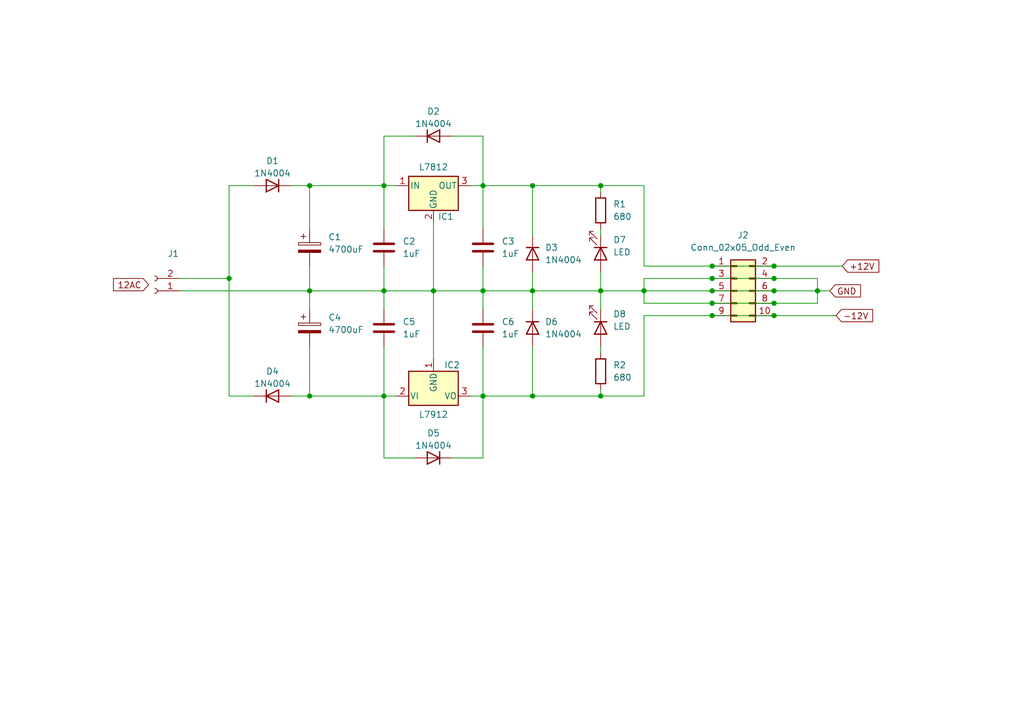
<source format=kicad_sch>
(kicad_sch (version 20211123) (generator eeschema)
  (paper "A5")
  (title_block (title "PSU") (rev "A") (company "OPENSOUNDMODULES"))
  (lib_symbols
    (symbol "Connector:Conn_01x02_Female" (pin_names (offset 1.016) hide)
      (property "Reference" "J" (at 0 2.54 0))
      (property "Value" "Conn_01x02_Female" (at 0 -5.08 0))
      (symbol "Conn_01x02_Female_1_1"
        (arc (start 0 -2.032) (mid -0.508 -2.54) (end 0 -3.048) (stroke (width 0.1524)))
        (polyline (pts (xy -1.27 -2.54) (xy -0.508 -2.54)) (stroke (width 0.1524)))
        (polyline (pts (xy -1.27 0) (xy -0.508 0)) (stroke (width 0.1524)))
        (arc (start 0 0.508) (mid -0.508 0) (end 0 -0.508) (stroke (width 0.1524)))
        (pin passive line (at -5.08 0 0) (length 3.81) (name "Pin_1") (number "1"))
        (pin passive line (at -5.08 -2.54 0) (length 3.81) (name "Pin_2") (number "2"))
      )
    )
    (symbol "Connector_Generic:Conn_02x05_Odd_Even" (pin_names (offset 1.016) hide)
      (property "Reference" "J" (at 1.27 7.62 0))
      (property "Value" "Conn_02x05_Odd_Even" (at 1.27 -7.62 0))
      (symbol "Conn_02x05_Odd_Even_1_1"
        (rectangle (start -1.27 -4.953) (end 0 -5.207) (stroke (width 0.1524)))
        (rectangle (start -1.27 -2.413) (end 0 -2.667) (stroke (width 0.1524)))
        (rectangle (start -1.27 0.127) (end 0 -0.127) (stroke (width 0.1524)))
        (rectangle (start -1.27 2.667) (end 0 2.413) (stroke (width 0.1524)))
        (rectangle (start -1.27 5.207) (end 0 4.953) (stroke (width 0.1524)))
        (rectangle (start -1.27 6.35) (end 3.81 -6.35) (stroke (width 0.254)) (fill (type background)))
        (rectangle (start 3.81 -4.953) (end 2.54 -5.207) (stroke (width 0.1524)))
        (rectangle (start 3.81 -2.413) (end 2.54 -2.667) (stroke (width 0.1524)))
        (rectangle (start 3.81 0.127) (end 2.54 -0.127) (stroke (width 0.1524)))
        (rectangle (start 3.81 2.667) (end 2.54 2.413) (stroke (width 0.1524)))
        (rectangle (start 3.81 5.207) (end 2.54 4.953) (stroke (width 0.1524)))
        (pin passive line (at -5.08 5.08 0) (length 3.81) (name "Pin_1") (number "1"))
        (pin passive line (at 7.62 -5.08 180) (length 3.81) (name "Pin_10") (number "10"))
        (pin passive line (at 7.62 5.08 180) (length 3.81) (name "Pin_2") (number "2"))
        (pin passive line (at -5.08 2.54 0) (length 3.81) (name "Pin_3") (number "3"))
        (pin passive line (at 7.62 2.54 180) (length 3.81) (name "Pin_4") (number "4"))
        (pin passive line (at -5.08 0 0) (length 3.81) (name "Pin_5") (number "5"))
        (pin passive line (at 7.62 0 180) (length 3.81) (name "Pin_6") (number "6"))
        (pin passive line (at -5.08 -2.54 0) (length 3.81) (name "Pin_7") (number "7"))
        (pin passive line (at 7.62 -2.54 180) (length 3.81) (name "Pin_8") (number "8"))
        (pin passive line (at -5.08 -5.08 0) (length 3.81) (name "Pin_9") (number "9"))
      )
    )
    (symbol "Device:C" (pin_numbers hide) (pin_names (offset 0.254))
      (property "Reference" "C" (at 0.635 2.54 0))
      (property "Value" "C" (at 0.635 -2.54 0))
      (symbol "C_0_1"
        (polyline (pts (xy -2.032 -0.762) (xy 2.032 -0.762)) (stroke (width 0.508)))
        (polyline (pts (xy -2.032 0.762) (xy 2.032 0.762)) (stroke (width 0.508)))
      )
      (symbol "C_1_1"
        (pin passive line (at 0 3.81 270) (length 2.794) (name "~") (number "1"))
        (pin passive line (at 0 -3.81 90) (length 2.794) (name "~") (number "2"))
      )
    )
    (symbol "Device:C_Polarized" (pin_numbers hide) (pin_names (offset 0.254))
      (property "Reference" "C" (at 0.635 2.54 0))
      (property "Value" "C_Polarized" (at 0.635 -2.54 0))
      (symbol "C_Polarized_0_1"
        (rectangle (start -2.286 0.508) (end 2.286 1.016))
        (polyline (pts (xy -1.778 2.286) (xy -0.762 2.286)))
        (polyline (pts (xy -1.27 2.794) (xy -1.27 1.778)))
        (rectangle (start 2.286 -0.508) (end -2.286 -1.016) (fill (type outline)))
      )
      (symbol "C_Polarized_1_1"
        (pin passive line (at 0 3.81 270) (length 2.794) (name "~") (number "1"))
        (pin passive line (at 0 -3.81 90) (length 2.794) (name "~") (number "2"))
      )
    )
    (symbol "Device:LED" (pin_numbers hide) (pin_names (offset 1.016) hide)
      (property "Reference" "D" (at 0 2.54 0))
      (property "Value" "LED" (at 0 -2.54 0))
      (symbol "LED_0_1"
        (polyline (pts (xy -1.27 -1.27) (xy -1.27 1.27)) (stroke (width 0.254)))
        (polyline (pts (xy -1.27 0) (xy 1.27 0)))
        (polyline (pts (xy 1.27 -1.27) (xy 1.27 1.27) (xy -1.27 0) (xy 1.27 -1.27)) (stroke (width 0.254)))
        (polyline (pts (xy -3.048 -0.762) (xy -4.572 -2.286) (xy -3.81 -2.286) (xy -4.572 -2.286) (xy -4.572 -1.524)))
        (polyline (pts (xy -1.778 -0.762) (xy -3.302 -2.286) (xy -2.54 -2.286) (xy -3.302 -2.286) (xy -3.302 -1.524)))
      )
      (symbol "LED_1_1"
        (pin passive line (at -3.81 0 0) (length 2.54) (name "K") (number "1"))
        (pin passive line (at 3.81 0 180) (length 2.54) (name "A") (number "2"))
      )
    )
    (symbol "Device:R" (pin_numbers hide) (pin_names (offset 0))
      (property "Reference" "R" (at 2.032 0 90))
      (property "Value" "R" (at 0 0 90))
      (symbol "R_0_1"
        (rectangle (start -1.016 -2.54) (end 1.016 2.54) (stroke (width 0.254)))
      )
      (symbol "R_1_1"
        (pin passive line (at 0 3.81 270) (length 1.27) (name "~") (number "1"))
        (pin passive line (at 0 -3.81 90) (length 1.27) (name "~") (number "2"))
      )
    )
    (symbol "Diode:1N4004" (pin_numbers hide) (pin_names (offset 1.016) hide)
      (property "Reference" "D" (at 0 2.54 0))
      (property "Value" "1N4004" (at 0 -2.54 0))
      (symbol "1N4004_0_1"
        (polyline (pts (xy -1.27 1.27) (xy -1.27 -1.27)) (stroke (width 0.254)))
        (polyline (pts (xy 1.27 0) (xy -1.27 0)))
        (polyline (pts (xy 1.27 1.27) (xy 1.27 -1.27) (xy -1.27 0) (xy 1.27 1.27)) (stroke (width 0.254)))
      )
      (symbol "1N4004_1_1"
        (pin passive line (at -3.81 0 0) (length 2.54) (name "K") (number "1"))
        (pin passive line (at 3.81 0 180) (length 2.54) (name "A") (number "2"))
      )
    )
    (symbol "Regulator_Linear:L7812" (pin_names (offset 0.254))
      (property "Reference" "U" (at -3.81 3.175 0))
      (property "Value" "L7812" (at 0 3.175 0))
      (symbol "L7812_0_1"
        (rectangle (start -5.08 1.905) (end 5.08 -5.08) (stroke (width 0.254)) (fill (type background)))
      )
      (symbol "L7812_1_1"
        (pin power_in line (at -7.62 0 0) (length 2.54) (name "IN") (number "1"))
        (pin power_in line (at 0 -7.62 90) (length 2.54) (name "GND") (number "2"))
        (pin power_out line (at 7.62 0 180) (length 2.54) (name "OUT") (number "3"))
      )
    )
    (symbol "Regulator_Linear:L7912" (pin_names (offset 0.254))
      (property "Reference" "U" (at -3.81 -3.175 0))
      (property "Value" "L7912" (at 0 -3.175 0))
      (symbol "L7912_0_1"
        (rectangle (start -5.08 5.08) (end 5.08 -1.905) (stroke (width 0.254)) (fill (type background)))
      )
      (symbol "L7912_1_1"
        (pin power_in line (at 0 7.62 270) (length 2.54) (name "GND") (number "1"))
        (pin power_in line (at -7.62 0 0) (length 2.54) (name "VI") (number "2"))
        (pin power_out line (at 7.62 0 180) (length 2.54) (name "VO") (number "3"))
      )
    )
  )
  (junction (at 99.06 38.1))
  (junction (at 146.05 54.61))
  (junction (at 132.08 59.69))
  (junction (at 146.05 59.69))
  (junction (at 63.5 38.1))
  (junction (at 146.05 62.23))
  (junction (at 109.22 81.28))
  (junction (at 158.75 57.15))
  (junction (at 158.75 54.61))
  (junction (at 123.19 38.1))
  (junction (at 146.05 64.77))
  (junction (at 88.9 59.69))
  (junction (at 158.75 64.77))
  (junction (at 78.74 38.1))
  (junction (at 158.75 59.69))
  (junction (at 99.06 81.28))
  (junction (at 109.22 59.69))
  (junction (at 99.06 59.69))
  (junction (at 78.74 59.69))
  (junction (at 63.5 59.69))
  (junction (at 123.19 59.69))
  (junction (at 167.64 59.69))
  (junction (at 46.99 57.15))
  (junction (at 158.75 62.23))
  (junction (at 146.05 57.15))
  (junction (at 109.22 38.1))
  (junction (at 63.5 81.28))
  (junction (at 78.74 81.28))
  (junction (at 123.19 81.28))
  (wire (pts (xy 109.22 59.69) (xy 123.19 59.69)))
  (wire (pts (xy 78.74 54.61) (xy 78.74 59.69)))
  (wire (pts (xy 109.22 59.69) (xy 109.22 63.5)))
  (wire (pts (xy 132.08 57.15) (xy 132.08 59.69)))
  (wire (pts (xy 78.74 59.69) (xy 88.9 59.69)))
  (wire (pts (xy 52.07 38.1) (xy 46.99 38.1)))
  (wire (pts (xy 88.9 59.69) (xy 88.9 73.66)))
  (wire (pts (xy 36.83 59.69) (xy 63.5 59.69)))
  (wire (pts (xy 167.64 59.69) (xy 170.18 59.69)))
  (wire (pts (xy 109.22 55.88) (xy 109.22 59.69)))
  (wire (pts (xy 99.06 59.69) (xy 109.22 59.69)))
  (wire (pts (xy 123.19 39.37) (xy 123.19 38.1)))
  (wire (pts (xy 78.74 81.28) (xy 81.28 81.28)))
  (wire (pts (xy 78.74 81.28) (xy 63.5 81.28)))
  (wire (pts (xy 167.64 62.23) (xy 167.64 59.69)))
  (wire (pts (xy 46.99 38.1) (xy 46.99 57.15)))
  (wire (pts (xy 78.74 93.98) (xy 85.09 93.98)))
  (wire (pts (xy 158.75 62.23) (xy 167.64 62.23)))
  (wire (pts (xy 63.5 59.69) (xy 63.5 63.5)))
  (wire (pts (xy 158.75 59.69) (xy 167.64 59.69)))
  (wire (pts (xy 99.06 81.28) (xy 109.22 81.28)))
  (wire (pts (xy 146.05 57.15) (xy 158.75 57.15)))
  (wire (pts (xy 81.28 38.1) (xy 78.74 38.1)))
  (wire (pts (xy 99.06 71.12) (xy 99.06 81.28)))
  (wire (pts (xy 132.08 81.28) (xy 132.08 64.77)))
  (wire (pts (xy 63.5 38.1) (xy 63.5 46.99)))
  (wire (pts (xy 78.74 71.12) (xy 78.74 81.28)))
  (wire (pts (xy 78.74 81.28) (xy 78.74 93.98)))
  (wire (pts (xy 36.83 57.15) (xy 46.99 57.15)))
  (wire (pts (xy 85.09 27.94) (xy 78.74 27.94)))
  (wire (pts (xy 88.9 59.69) (xy 99.06 59.69)))
  (wire (pts (xy 132.08 62.23) (xy 132.08 59.69)))
  (wire (pts (xy 132.08 54.61) (xy 146.05 54.61)))
  (wire (pts (xy 92.71 93.98) (xy 99.06 93.98)))
  (wire (pts (xy 146.05 62.23) (xy 158.75 62.23)))
  (wire (pts (xy 146.05 64.77) (xy 158.75 64.77)))
  (wire (pts (xy 63.5 81.28) (xy 59.69 81.28)))
  (wire (pts (xy 132.08 38.1) (xy 132.08 54.61)))
  (wire (pts (xy 99.06 38.1) (xy 109.22 38.1)))
  (wire (pts (xy 167.64 57.15) (xy 167.64 59.69)))
  (wire (pts (xy 99.06 38.1) (xy 99.06 46.99)))
  (wire (pts (xy 99.06 27.94) (xy 99.06 38.1)))
  (wire (pts (xy 123.19 46.99) (xy 123.19 48.26)))
  (wire (pts (xy 123.19 38.1) (xy 132.08 38.1)))
  (wire (pts (xy 92.71 27.94) (xy 99.06 27.94)))
  (wire (pts (xy 59.69 38.1) (xy 63.5 38.1)))
  (wire (pts (xy 109.22 38.1) (xy 109.22 48.26)))
  (wire (pts (xy 132.08 59.69) (xy 146.05 59.69)))
  (wire (pts (xy 99.06 59.69) (xy 99.06 63.5)))
  (wire (pts (xy 78.74 59.69) (xy 78.74 63.5)))
  (wire (pts (xy 78.74 38.1) (xy 78.74 46.99)))
  (wire (pts (xy 46.99 57.15) (xy 46.99 81.28)))
  (wire (pts (xy 88.9 45.72) (xy 88.9 59.69)))
  (wire (pts (xy 146.05 59.69) (xy 158.75 59.69)))
  (wire (pts (xy 123.19 55.88) (xy 123.19 59.69)))
  (wire (pts (xy 146.05 62.23) (xy 132.08 62.23)))
  (wire (pts (xy 99.06 93.98) (xy 99.06 81.28)))
  (wire (pts (xy 158.75 64.77) (xy 171.45 64.77)))
  (wire (pts (xy 63.5 38.1) (xy 78.74 38.1)))
  (wire (pts (xy 123.19 59.69) (xy 132.08 59.69)))
  (wire (pts (xy 78.74 27.94) (xy 78.74 38.1)))
  (wire (pts (xy 123.19 71.12) (xy 123.19 72.39)))
  (wire (pts (xy 96.52 38.1) (xy 99.06 38.1)))
  (wire (pts (xy 52.07 81.28) (xy 46.99 81.28)))
  (wire (pts (xy 132.08 64.77) (xy 146.05 64.77)))
  (wire (pts (xy 158.75 54.61) (xy 172.72 54.61)))
  (wire (pts (xy 146.05 57.15) (xy 132.08 57.15)))
  (wire (pts (xy 146.05 54.61) (xy 158.75 54.61)))
  (wire (pts (xy 63.5 59.69) (xy 78.74 59.69)))
  (wire (pts (xy 123.19 80.01) (xy 123.19 81.28)))
  (wire (pts (xy 123.19 59.69) (xy 123.19 63.5)))
  (wire (pts (xy 123.19 81.28) (xy 132.08 81.28)))
  (wire (pts (xy 63.5 71.12) (xy 63.5 81.28)))
  (wire (pts (xy 109.22 81.28) (xy 123.19 81.28)))
  (wire (pts (xy 109.22 38.1) (xy 123.19 38.1)))
  (wire (pts (xy 99.06 54.61) (xy 99.06 59.69)))
  (wire (pts (xy 96.52 81.28) (xy 99.06 81.28)))
  (wire (pts (xy 109.22 71.12) (xy 109.22 81.28)))
  (wire (pts (xy 63.5 54.61) (xy 63.5 59.69)))
  (wire (pts (xy 158.75 57.15) (xy 167.64 57.15)))
  (global_label "GND" (shape input) (at 170.18 59.69 0) (property "Intersheet References" "${INTERSHEET_REFS}" (effects hide)))
  (global_label "+12V" (shape input) (at 172.72 54.61 0) (property "Intersheet References" "${INTERSHEET_REFS}" (effects hide)))
  (global_label "12AC" (shape input) (at 30.48 58.42 180) (property "Intersheet References" "${INTERSHEET_REFS}" (effects hide)))
  (global_label "-12V" (shape input) (at 171.45 64.77 0) (property "Intersheet References" "${INTERSHEET_REFS}" (effects hide)))
  (symbol (lib_id "Device:LED") (at 123.19 52.07 270) (unit 1)
    (property "Reference" "D7" (at 125.73 49.2124 90) (effects (justify left)))
    (property "Value" "LED" (at 125.73 51.7524 90) (effects (justify left)))
  )
  (symbol (lib_id "Device:LED") (at 123.19 67.31 270) (unit 1)
    (property "Reference" "D8" (at 125.73 64.4524 90) (effects (justify left)))
    (property "Value" "LED" (at 125.73 66.9924 90) (effects (justify left)))
  )
  (symbol (lib_id "Diode:1N4004") (at 88.9 27.94 0) (unit 1)
    (property "Reference" "D2" (at 88.9 22.86 0))
    (property "Value" "1N4004" (at 88.9 25.4 0))
    (property "Footprint" "Diode_THT:D_DO-41_SOD81_P10.16mm_Horizontal" (effects hide))
    (property "Datasheet" "http://www.vishay.com/docs/88503/1n4001.pdf" (effects hide))
  )
  (symbol (lib_id "Regulator_Linear:L7812") (at 88.9 38.1 0) (unit 1)
    (property "Reference" "IC1" (at 91.44 44.45 0))
    (property "Value" "L7812" (at 88.9 34.29 0))
    (property "Datasheet" "http://www.st.com/content/ccc/resource/technical/document/datasheet/41/4f/b3/b0/12/d4/47/88/CD00000444.pdf/files/CD00000444.pdf/jcr:content/translations/en.CD00000444.pdf" (effects hide))
  )
  (symbol (lib_id "Device:C") (at 78.74 67.31 0) (unit 1)
    (property "Reference" "C5" (at 82.55 66.0399 0) (effects (justify left)))
    (property "Value" "1uF" (at 82.55 68.5799 0) (effects (justify left)))
  )
  (symbol (lib_id "Device:C") (at 99.06 67.31 0) (unit 1)
    (property "Reference" "C6" (at 102.87 66.0399 0) (effects (justify left)))
    (property "Value" "1uF" (at 102.87 68.5799 0) (effects (justify left)))
  )
  (symbol (lib_id "Diode:1N4004") (at 55.88 38.1 180) (unit 1)
    (property "Reference" "D1" (at 55.88 33.02 0))
    (property "Value" "1N4004" (at 55.88 35.56 0))
    (property "Footprint" "Diode_THT:D_DO-41_SOD81_P10.16mm_Horizontal" (effects hide))
    (property "Datasheet" "http://www.vishay.com/docs/88503/1n4001.pdf" (effects hide))
  )
  (symbol (lib_id "Diode:1N4004") (at 88.9 93.98 180) (unit 1)
    (property "Reference" "D5" (at 88.9 88.9 0))
    (property "Value" "1N4004" (at 88.9 91.44 0))
    (property "Footprint" "Diode_THT:D_DO-41_SOD81_P10.16mm_Horizontal" (effects hide))
    (property "Datasheet" "http://www.vishay.com/docs/88503/1n4001.pdf" (effects hide))
  )
  (symbol (lib_id "Device:C") (at 78.74 50.8 0) (unit 1)
    (property "Reference" "C2" (at 82.55 49.5299 0) (effects (justify left)))
    (property "Value" "1uF" (at 82.55 52.0699 0) (effects (justify left)))
  )
  (symbol (lib_id "Connector:Conn_01x02_Female") (at 31.75 59.69 180) (unit 1)
    (property "Reference" "J1" (at 35.56 52.07 0))
    (property "Value" "Conn_01x02_Female" (effects hide))
  )
  (symbol (lib_id "Device:C") (at 99.06 50.8 0) (unit 1)
    (property "Reference" "C3" (at 102.87 49.5299 0) (effects (justify left)))
    (property "Value" "1uF" (at 102.87 52.0699 0) (effects (justify left)))
  )
  (symbol (lib_id "Device:C_Polarized") (at 63.5 67.31 0) (unit 1)
    (property "Reference" "C4" (at 67.31 65.1509 0) (effects (justify left)))
    (property "Value" "4700uF" (at 67.31 67.6909 0) (effects (justify left)))
  )
  (symbol (lib_id "Device:R") (at 123.19 43.18 0) (unit 1)
    (property "Reference" "R1" (at 125.73 41.9099 0) (effects (justify left)))
    (property "Value" "680" (at 125.73 44.4499 0) (effects (justify left)))
  )
  (symbol (lib_id "Regulator_Linear:L7912") (at 88.9 81.28 0) (unit 1)
    (property "Reference" "IC2" (at 92.71 74.93 0))
    (property "Value" "L7912" (at 88.9 85.09 0))
    (property "Datasheet" "http://www.st.com/content/ccc/resource/technical/document/datasheet/c9/16/86/41/c7/2b/45/f2/CD00000450.pdf/files/CD00000450.pdf/jcr:content/translations/en.CD00000450.pdf" (effects hide))
  )
  (symbol (lib_id "Device:C_Polarized") (at 63.5 50.8 0) (unit 1)
    (property "Reference" "C1" (at 67.31 48.6409 0) (effects (justify left)))
    (property "Value" "4700uF" (at 67.31 51.1809 0) (effects (justify left)))
  )
  (symbol (lib_id "Diode:1N4004") (at 109.22 67.31 270) (unit 1)
    (property "Reference" "D6" (at 111.76 66.0399 90) (effects (justify left)))
    (property "Value" "1N4004" (at 111.76 68.5799 90) (effects (justify left)))
    (property "Footprint" "Diode_THT:D_DO-41_SOD81_P10.16mm_Horizontal" (effects hide))
    (property "Datasheet" "http://www.vishay.com/docs/88503/1n4001.pdf" (effects hide))
  )
  (symbol (lib_id "Device:R") (at 123.19 76.2 0) (unit 1)
    (property "Reference" "R2" (at 125.73 74.9299 0) (effects (justify left)))
    (property "Value" "680" (at 125.73 77.4699 0) (effects (justify left)))
  )
  (symbol (lib_id "Diode:1N4004") (at 109.22 52.07 270) (unit 1)
    (property "Reference" "D3" (at 111.76 50.7999 90) (effects (justify left)))
    (property "Value" "1N4004" (at 111.76 53.3399 90) (effects (justify left)))
    (property "Footprint" "Diode_THT:D_DO-41_SOD81_P10.16mm_Horizontal" (effects hide))
    (property "Datasheet" "http://www.vishay.com/docs/88503/1n4001.pdf" (effects hide))
  )
  (symbol (lib_id "Diode:1N4004") (at 55.88 81.28 0) (unit 1)
    (property "Reference" "D4" (at 55.88 76.2 0))
    (property "Value" "1N4004" (at 55.88 78.74 0))
    (property "Footprint" "Diode_THT:D_DO-41_SOD81_P10.16mm_Horizontal" (effects hide))
    (property "Datasheet" "http://www.vishay.com/docs/88503/1n4001.pdf" (effects hide))
  )
  (symbol (lib_id "Connector_Generic:Conn_02x05_Odd_Even") (at 151.13 59.69 0) (unit 1)
    (property "Reference" "J2" (at 152.4 48.26 0))
    (property "Value" "Conn_02x05_Odd_Even" (at 152.4 50.8 0))
  )
)
</source>
